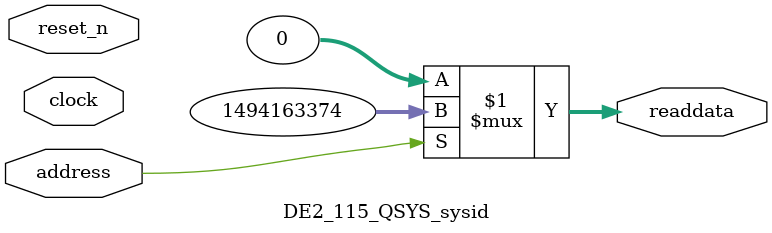
<source format=v>

`timescale 1ns / 1ps
// synthesis translate_on

// turn off superfluous verilog processor warnings 
// altera message_level Level1 
// altera message_off 10034 10035 10036 10037 10230 10240 10030 

module DE2_115_QSYS_sysid (
               // inputs:
                address,
                clock,
                reset_n,

               // outputs:
                readdata
             )
;

  output  [ 31: 0] readdata;
  input            address;
  input            clock;
  input            reset_n;

  wire    [ 31: 0] readdata;
  //control_slave, which is an e_avalon_slave
  assign readdata = address ? 1494163374 : 0;

endmodule




</source>
